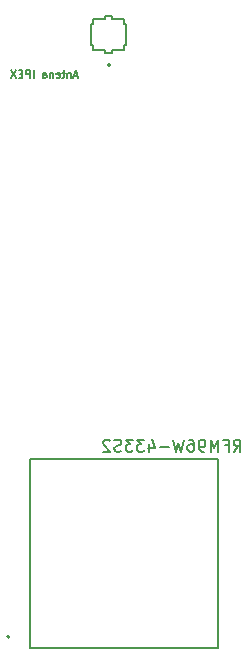
<source format=gbr>
G04 #@! TF.GenerationSoftware,KiCad,Pcbnew,8.0.4*
G04 #@! TF.CreationDate,2025-01-30T11:26:39-05:00*
G04 #@! TF.ProjectId,Cubesat_pcb,43756265-7361-4745-9f70-63622e6b6963,rev?*
G04 #@! TF.SameCoordinates,Original*
G04 #@! TF.FileFunction,AssemblyDrawing,Bot*
%FSLAX46Y46*%
G04 Gerber Fmt 4.6, Leading zero omitted, Abs format (unit mm)*
G04 Created by KiCad (PCBNEW 8.0.4) date 2025-01-30 11:26:39*
%MOMM*%
%LPD*%
G01*
G04 APERTURE LIST*
%ADD10C,0.150000*%
%ADD11C,0.127000*%
%ADD12C,0.200000*%
G04 APERTURE END LIST*
D10*
X24778417Y40271834D02*
X25111750Y40748025D01*
X25349845Y40271834D02*
X25349845Y41271834D01*
X25349845Y41271834D02*
X24968893Y41271834D01*
X24968893Y41271834D02*
X24873655Y41224215D01*
X24873655Y41224215D02*
X24826036Y41176596D01*
X24826036Y41176596D02*
X24778417Y41081358D01*
X24778417Y41081358D02*
X24778417Y40938501D01*
X24778417Y40938501D02*
X24826036Y40843263D01*
X24826036Y40843263D02*
X24873655Y40795644D01*
X24873655Y40795644D02*
X24968893Y40748025D01*
X24968893Y40748025D02*
X25349845Y40748025D01*
X24016512Y40795644D02*
X24349845Y40795644D01*
X24349845Y40271834D02*
X24349845Y41271834D01*
X24349845Y41271834D02*
X23873655Y41271834D01*
X23492702Y40271834D02*
X23492702Y41271834D01*
X23492702Y41271834D02*
X23159369Y40557549D01*
X23159369Y40557549D02*
X22826036Y41271834D01*
X22826036Y41271834D02*
X22826036Y40271834D01*
X22302226Y40271834D02*
X22111750Y40271834D01*
X22111750Y40271834D02*
X22016512Y40319454D01*
X22016512Y40319454D02*
X21968893Y40367073D01*
X21968893Y40367073D02*
X21873655Y40509930D01*
X21873655Y40509930D02*
X21826036Y40700406D01*
X21826036Y40700406D02*
X21826036Y41081358D01*
X21826036Y41081358D02*
X21873655Y41176596D01*
X21873655Y41176596D02*
X21921274Y41224215D01*
X21921274Y41224215D02*
X22016512Y41271834D01*
X22016512Y41271834D02*
X22206988Y41271834D01*
X22206988Y41271834D02*
X22302226Y41224215D01*
X22302226Y41224215D02*
X22349845Y41176596D01*
X22349845Y41176596D02*
X22397464Y41081358D01*
X22397464Y41081358D02*
X22397464Y40843263D01*
X22397464Y40843263D02*
X22349845Y40748025D01*
X22349845Y40748025D02*
X22302226Y40700406D01*
X22302226Y40700406D02*
X22206988Y40652787D01*
X22206988Y40652787D02*
X22016512Y40652787D01*
X22016512Y40652787D02*
X21921274Y40700406D01*
X21921274Y40700406D02*
X21873655Y40748025D01*
X21873655Y40748025D02*
X21826036Y40843263D01*
X20968893Y41271834D02*
X21159369Y41271834D01*
X21159369Y41271834D02*
X21254607Y41224215D01*
X21254607Y41224215D02*
X21302226Y41176596D01*
X21302226Y41176596D02*
X21397464Y41033739D01*
X21397464Y41033739D02*
X21445083Y40843263D01*
X21445083Y40843263D02*
X21445083Y40462311D01*
X21445083Y40462311D02*
X21397464Y40367073D01*
X21397464Y40367073D02*
X21349845Y40319454D01*
X21349845Y40319454D02*
X21254607Y40271834D01*
X21254607Y40271834D02*
X21064131Y40271834D01*
X21064131Y40271834D02*
X20968893Y40319454D01*
X20968893Y40319454D02*
X20921274Y40367073D01*
X20921274Y40367073D02*
X20873655Y40462311D01*
X20873655Y40462311D02*
X20873655Y40700406D01*
X20873655Y40700406D02*
X20921274Y40795644D01*
X20921274Y40795644D02*
X20968893Y40843263D01*
X20968893Y40843263D02*
X21064131Y40890882D01*
X21064131Y40890882D02*
X21254607Y40890882D01*
X21254607Y40890882D02*
X21349845Y40843263D01*
X21349845Y40843263D02*
X21397464Y40795644D01*
X21397464Y40795644D02*
X21445083Y40700406D01*
X20540321Y41271834D02*
X20302226Y40271834D01*
X20302226Y40271834D02*
X20111750Y40986120D01*
X20111750Y40986120D02*
X19921274Y40271834D01*
X19921274Y40271834D02*
X19683179Y41271834D01*
X19302226Y40652787D02*
X18540322Y40652787D01*
X17635560Y40938501D02*
X17635560Y40271834D01*
X17873655Y41319454D02*
X18111750Y40605168D01*
X18111750Y40605168D02*
X17492703Y40605168D01*
X17206988Y41271834D02*
X16587941Y41271834D01*
X16587941Y41271834D02*
X16921274Y40890882D01*
X16921274Y40890882D02*
X16778417Y40890882D01*
X16778417Y40890882D02*
X16683179Y40843263D01*
X16683179Y40843263D02*
X16635560Y40795644D01*
X16635560Y40795644D02*
X16587941Y40700406D01*
X16587941Y40700406D02*
X16587941Y40462311D01*
X16587941Y40462311D02*
X16635560Y40367073D01*
X16635560Y40367073D02*
X16683179Y40319454D01*
X16683179Y40319454D02*
X16778417Y40271834D01*
X16778417Y40271834D02*
X17064131Y40271834D01*
X17064131Y40271834D02*
X17159369Y40319454D01*
X17159369Y40319454D02*
X17206988Y40367073D01*
X16254607Y41271834D02*
X15635560Y41271834D01*
X15635560Y41271834D02*
X15968893Y40890882D01*
X15968893Y40890882D02*
X15826036Y40890882D01*
X15826036Y40890882D02*
X15730798Y40843263D01*
X15730798Y40843263D02*
X15683179Y40795644D01*
X15683179Y40795644D02*
X15635560Y40700406D01*
X15635560Y40700406D02*
X15635560Y40462311D01*
X15635560Y40462311D02*
X15683179Y40367073D01*
X15683179Y40367073D02*
X15730798Y40319454D01*
X15730798Y40319454D02*
X15826036Y40271834D01*
X15826036Y40271834D02*
X16111750Y40271834D01*
X16111750Y40271834D02*
X16206988Y40319454D01*
X16206988Y40319454D02*
X16254607Y40367073D01*
X15254607Y40319454D02*
X15111750Y40271834D01*
X15111750Y40271834D02*
X14873655Y40271834D01*
X14873655Y40271834D02*
X14778417Y40319454D01*
X14778417Y40319454D02*
X14730798Y40367073D01*
X14730798Y40367073D02*
X14683179Y40462311D01*
X14683179Y40462311D02*
X14683179Y40557549D01*
X14683179Y40557549D02*
X14730798Y40652787D01*
X14730798Y40652787D02*
X14778417Y40700406D01*
X14778417Y40700406D02*
X14873655Y40748025D01*
X14873655Y40748025D02*
X15064131Y40795644D01*
X15064131Y40795644D02*
X15159369Y40843263D01*
X15159369Y40843263D02*
X15206988Y40890882D01*
X15206988Y40890882D02*
X15254607Y40986120D01*
X15254607Y40986120D02*
X15254607Y41081358D01*
X15254607Y41081358D02*
X15206988Y41176596D01*
X15206988Y41176596D02*
X15159369Y41224215D01*
X15159369Y41224215D02*
X15064131Y41271834D01*
X15064131Y41271834D02*
X14826036Y41271834D01*
X14826036Y41271834D02*
X14683179Y41224215D01*
X14302226Y41176596D02*
X14254607Y41224215D01*
X14254607Y41224215D02*
X14159369Y41271834D01*
X14159369Y41271834D02*
X13921274Y41271834D01*
X13921274Y41271834D02*
X13826036Y41224215D01*
X13826036Y41224215D02*
X13778417Y41176596D01*
X13778417Y41176596D02*
X13730798Y41081358D01*
X13730798Y41081358D02*
X13730798Y40986120D01*
X13730798Y40986120D02*
X13778417Y40843263D01*
X13778417Y40843263D02*
X14349845Y40271834D01*
X14349845Y40271834D02*
X13730798Y40271834D01*
X11564149Y72113175D02*
X11258825Y72113175D01*
X11625214Y71929980D02*
X11411487Y72571161D01*
X11411487Y72571161D02*
X11197760Y71929980D01*
X10984032Y72357434D02*
X10984032Y71929980D01*
X10984032Y72296369D02*
X10953500Y72326902D01*
X10953500Y72326902D02*
X10892435Y72357434D01*
X10892435Y72357434D02*
X10800838Y72357434D01*
X10800838Y72357434D02*
X10739773Y72326902D01*
X10739773Y72326902D02*
X10709241Y72265837D01*
X10709241Y72265837D02*
X10709241Y71929980D01*
X10495514Y72357434D02*
X10251254Y72357434D01*
X10403916Y72571161D02*
X10403916Y72021577D01*
X10403916Y72021577D02*
X10373384Y71960513D01*
X10373384Y71960513D02*
X10312319Y71929980D01*
X10312319Y71929980D02*
X10251254Y71929980D01*
X9793268Y71960513D02*
X9854333Y71929980D01*
X9854333Y71929980D02*
X9976463Y71929980D01*
X9976463Y71929980D02*
X10037527Y71960513D01*
X10037527Y71960513D02*
X10068060Y72021577D01*
X10068060Y72021577D02*
X10068060Y72265837D01*
X10068060Y72265837D02*
X10037527Y72326902D01*
X10037527Y72326902D02*
X9976463Y72357434D01*
X9976463Y72357434D02*
X9854333Y72357434D01*
X9854333Y72357434D02*
X9793268Y72326902D01*
X9793268Y72326902D02*
X9762736Y72265837D01*
X9762736Y72265837D02*
X9762736Y72204772D01*
X9762736Y72204772D02*
X10068060Y72143707D01*
X9487943Y72357434D02*
X9487943Y71929980D01*
X9487943Y72296369D02*
X9457411Y72326902D01*
X9457411Y72326902D02*
X9396346Y72357434D01*
X9396346Y72357434D02*
X9304749Y72357434D01*
X9304749Y72357434D02*
X9243684Y72326902D01*
X9243684Y72326902D02*
X9213152Y72265837D01*
X9213152Y72265837D02*
X9213152Y71929980D01*
X8633036Y71929980D02*
X8633036Y72265837D01*
X8633036Y72265837D02*
X8663568Y72326902D01*
X8663568Y72326902D02*
X8724633Y72357434D01*
X8724633Y72357434D02*
X8846763Y72357434D01*
X8846763Y72357434D02*
X8907827Y72326902D01*
X8633036Y71960513D02*
X8694100Y71929980D01*
X8694100Y71929980D02*
X8846763Y71929980D01*
X8846763Y71929980D02*
X8907827Y71960513D01*
X8907827Y71960513D02*
X8938360Y72021577D01*
X8938360Y72021577D02*
X8938360Y72082642D01*
X8938360Y72082642D02*
X8907827Y72143707D01*
X8907827Y72143707D02*
X8846763Y72174240D01*
X8846763Y72174240D02*
X8694100Y72174240D01*
X8694100Y72174240D02*
X8633036Y72204772D01*
X7839192Y71929980D02*
X7839192Y72571161D01*
X7533868Y71929980D02*
X7533868Y72571161D01*
X7533868Y72571161D02*
X7289609Y72571161D01*
X7289609Y72571161D02*
X7228544Y72540629D01*
X7228544Y72540629D02*
X7198012Y72510096D01*
X7198012Y72510096D02*
X7167479Y72449031D01*
X7167479Y72449031D02*
X7167479Y72357434D01*
X7167479Y72357434D02*
X7198012Y72296369D01*
X7198012Y72296369D02*
X7228544Y72265837D01*
X7228544Y72265837D02*
X7289609Y72235304D01*
X7289609Y72235304D02*
X7533868Y72235304D01*
X6892687Y72265837D02*
X6678960Y72265837D01*
X6587363Y71929980D02*
X6892687Y71929980D01*
X6892687Y71929980D02*
X6892687Y72571161D01*
X6892687Y72571161D02*
X6587363Y72571161D01*
X6373636Y72571161D02*
X5946182Y71929980D01*
X5946182Y72571161D02*
X6373636Y71929980D01*
D11*
G04 #@! TO.C,U1*
X7499132Y39611654D02*
X23499132Y39611654D01*
X7499132Y23611654D02*
X7499132Y39611654D01*
X23499132Y39611654D02*
X23499132Y23611654D01*
X23499132Y23611654D02*
X7499132Y23611654D01*
D12*
X5799132Y24611654D02*
G75*
G02*
X5599132Y24611654I-100000J0D01*
G01*
X5599132Y24611654D02*
G75*
G02*
X5799132Y24611654I100000J0D01*
G01*
D11*
G04 #@! TO.C,J2*
X12699132Y76511654D02*
X12699132Y74711654D01*
X12699132Y74711654D02*
X12899132Y74711654D01*
X12899132Y76911654D02*
X12899132Y76511654D01*
X12899132Y76511654D02*
X12699132Y76511654D01*
X12899132Y74711654D02*
X12899132Y74311654D01*
X12899132Y74311654D02*
X13899132Y74311654D01*
X13899132Y77161654D02*
X13899132Y76911654D01*
X13899132Y76911654D02*
X12899132Y76911654D01*
X13899132Y74311654D02*
X13899132Y74061654D01*
X13899132Y74061654D02*
X14499132Y74061654D01*
X14499132Y77161654D02*
X13899132Y77161654D01*
X14499132Y76911654D02*
X14499132Y77161654D01*
X14499132Y74311654D02*
X15499132Y74311654D01*
X14499132Y74061654D02*
X14499132Y74311654D01*
X15499132Y76911654D02*
X14499132Y76911654D01*
X15499132Y76511654D02*
X15499132Y76911654D01*
X15499132Y74711654D02*
X15699132Y74711654D01*
X15499132Y74311654D02*
X15499132Y74711654D01*
X15699132Y76511654D02*
X15499132Y76511654D01*
X15699132Y74711654D02*
X15699132Y76511654D01*
D12*
X14319132Y73001654D02*
G75*
G02*
X14119132Y73001654I-100000J0D01*
G01*
X14119132Y73001654D02*
G75*
G02*
X14319132Y73001654I100000J0D01*
G01*
G04 #@! TD*
M02*

</source>
